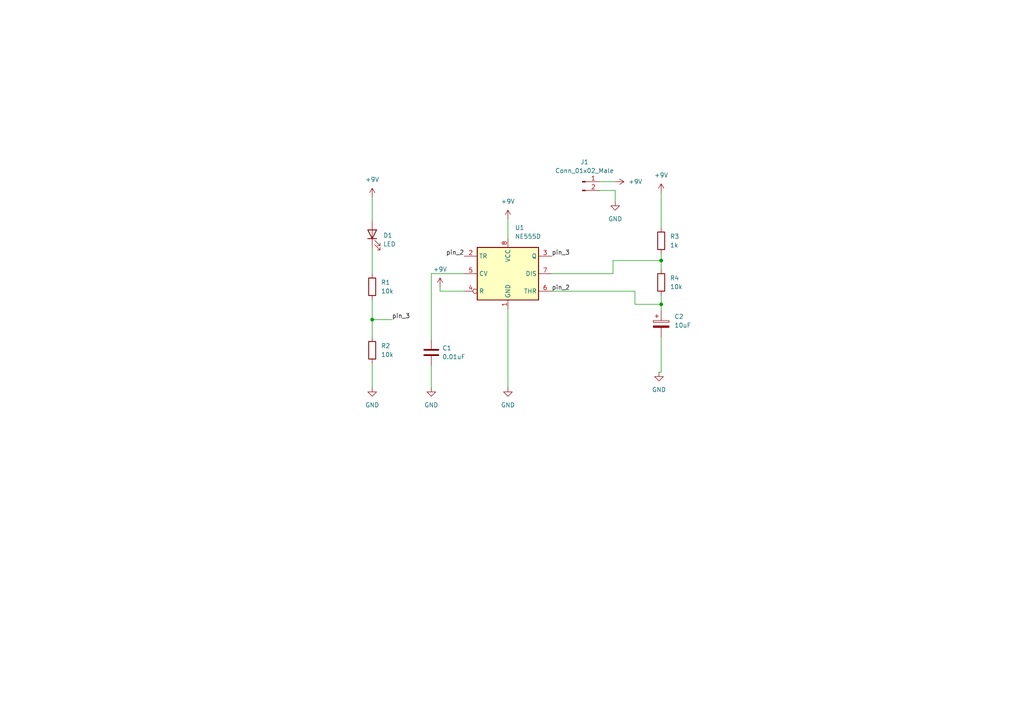
<source format=kicad_sch>
(kicad_sch (version 20211123) (generator eeschema)
  (paper "A4")
  (lib_symbols
    (symbol "Connector:Conn_01x02_Male" (pin_names (offset 1.016) hide)
      (property "Reference" "J" (at 0 2.54 0))
      (property "Value" "Conn_01x02_Male" (at 0 -5.08 0))
      (symbol "Conn_01x02_Male_1_1"
        (polyline (pts (xy 1.27 -2.54) (xy 0.8636 -2.54)) (stroke (width 0.1524)))
        (polyline (pts (xy 1.27 0) (xy 0.8636 0)) (stroke (width 0.1524)))
        (rectangle (start 0.8636 -2.413) (end 0 -2.667) (stroke (width 0.1524)) (fill (type outline)))
        (rectangle (start 0.8636 0.127) (end 0 -0.127) (stroke (width 0.1524)) (fill (type outline)))
        (pin passive line (at 5.08 0 180) (length 3.81) (name "Pin_1") (number "1"))
        (pin passive line (at 5.08 -2.54 180) (length 3.81) (name "Pin_2") (number "2"))
      )
    )
    (symbol "Device:C" (pin_numbers hide) (pin_names (offset 0.254))
      (property "Reference" "C" (at 0.635 2.54 0))
      (property "Value" "C" (at 0.635 -2.54 0))
      (symbol "C_0_1"
        (polyline (pts (xy -2.032 -0.762) (xy 2.032 -0.762)) (stroke (width 0.508)))
        (polyline (pts (xy -2.032 0.762) (xy 2.032 0.762)) (stroke (width 0.508)))
      )
      (symbol "C_1_1"
        (pin passive line (at 0 3.81 270) (length 2.794) (name "~") (number "1"))
        (pin passive line (at 0 -3.81 90) (length 2.794) (name "~") (number "2"))
      )
    )
    (symbol "Device:C_Polarized" (pin_numbers hide) (pin_names (offset 0.254))
      (property "Reference" "C" (at 0.635 2.54 0))
      (property "Value" "C_Polarized" (at 0.635 -2.54 0))
      (symbol "C_Polarized_0_1"
        (rectangle (start -2.286 0.508) (end 2.286 1.016))
        (polyline (pts (xy -1.778 2.286) (xy -0.762 2.286)))
        (polyline (pts (xy -1.27 2.794) (xy -1.27 1.778)))
        (rectangle (start 2.286 -0.508) (end -2.286 -1.016) (fill (type outline)))
      )
      (symbol "C_Polarized_1_1"
        (pin passive line (at 0 3.81 270) (length 2.794) (name "~") (number "1"))
        (pin passive line (at 0 -3.81 90) (length 2.794) (name "~") (number "2"))
      )
    )
    (symbol "Device:LED" (pin_numbers hide) (pin_names (offset 1.016) hide)
      (property "Reference" "D" (at 0 2.54 0))
      (property "Value" "LED" (at 0 -2.54 0))
      (symbol "LED_0_1"
        (polyline (pts (xy -1.27 -1.27) (xy -1.27 1.27)) (stroke (width 0.254)))
        (polyline (pts (xy -1.27 0) (xy 1.27 0)))
        (polyline (pts (xy 1.27 -1.27) (xy 1.27 1.27) (xy -1.27 0) (xy 1.27 -1.27)) (stroke (width 0.254)))
        (polyline (pts (xy -3.048 -0.762) (xy -4.572 -2.286) (xy -3.81 -2.286) (xy -4.572 -2.286) (xy -4.572 -1.524)))
        (polyline (pts (xy -1.778 -0.762) (xy -3.302 -2.286) (xy -2.54 -2.286) (xy -3.302 -2.286) (xy -3.302 -1.524)))
      )
      (symbol "LED_1_1"
        (pin passive line (at -3.81 0 0) (length 2.54) (name "K") (number "1"))
        (pin passive line (at 3.81 0 180) (length 2.54) (name "A") (number "2"))
      )
    )
    (symbol "Device:R" (pin_numbers hide) (pin_names (offset 0))
      (property "Reference" "R" (at 2.032 0 90))
      (property "Value" "R" (at 0 0 90))
      (symbol "R_0_1"
        (rectangle (start -1.016 -2.54) (end 1.016 2.54) (stroke (width 0.254)))
      )
      (symbol "R_1_1"
        (pin passive line (at 0 3.81 270) (length 1.27) (name "~") (number "1"))
        (pin passive line (at 0 -3.81 90) (length 1.27) (name "~") (number "2"))
      )
    )
    (symbol "Timer:NE555D"
      (property "Reference" "U" (at -10.16 8.89 0))
      (property "Value" "NE555D" (at 2.54 8.89 0))
      (symbol "NE555D_0_0"
        (pin power_in line (at 0 -10.16 90) (length 2.54) (name "GND") (number "1"))
        (pin power_in line (at 0 10.16 270) (length 2.54) (name "VCC") (number "8"))
      )
      (symbol "NE555D_0_1"
        (rectangle (start -8.89 -7.62) (end 8.89 7.62) (stroke (width 0.254)) (fill (type background)))
        (rectangle (start -8.89 -7.62) (end 8.89 7.62) (stroke (width 0.254)) (fill (type background)))
      )
      (symbol "NE555D_1_1"
        (pin input line (at -12.7 5.08 0) (length 3.81) (name "TR") (number "2"))
        (pin output line (at 12.7 5.08 180) (length 3.81) (name "Q") (number "3"))
        (pin input inverted (at -12.7 -5.08 0) (length 3.81) (name "R") (number "4"))
        (pin input line (at -12.7 0 0) (length 3.81) (name "CV") (number "5"))
        (pin input line (at 12.7 -5.08 180) (length 3.81) (name "THR") (number "6"))
        (pin input line (at 12.7 0 180) (length 3.81) (name "DIS") (number "7"))
      )
    )
    (symbol "power:+9V" (power) (pin_names (offset 0))
      (property "Value" "+9V" (at 0 3.556 0))
      (symbol "+9V_0_1"
        (polyline (pts (xy -0.762 1.27) (xy 0 2.54)))
        (polyline (pts (xy 0 0) (xy 0 2.54)))
        (polyline (pts (xy 0 2.54) (xy 0.762 1.27)))
      )
      (symbol "+9V_1_1"
        (pin power_in line (at 0 0 90) (length 0) hide (name "+9V") (number "1"))
      )
    )
    (symbol "power:GND" (power) (pin_names (offset 0))
      (property "Value" "GND" (at 0 -3.81 0))
      (symbol "GND_0_1"
        (polyline (pts (xy 0 0) (xy 0 -1.27) (xy 1.27 -1.27) (xy 0 -2.54) (xy -1.27 -1.27) (xy 0 -1.27)))
      )
      (symbol "GND_1_1"
        (pin power_in line (at 0 0 270) (length 0) hide (name "GND") (number "1"))
      )
    )
  )
  (junction (at 191.77 75.565))
  (junction (at 191.77 88.265))
  (junction (at 107.95 92.71))
  (wire (pts (xy 134.62 79.375) (xy 125.095 79.375)))
  (wire (pts (xy 107.95 71.755) (xy 107.95 79.375)))
  (wire (pts (xy 191.77 55.88) (xy 191.77 66.04)))
  (wire (pts (xy 160.02 79.375) (xy 177.8 79.375)))
  (wire (pts (xy 184.15 88.265) (xy 191.77 88.265)))
  (wire (pts (xy 191.77 107.95) (xy 191.135 107.95)))
  (wire (pts (xy 191.77 75.565) (xy 191.77 78.105)))
  (wire (pts (xy 127.635 83.185) (xy 127.635 84.455)))
  (wire (pts (xy 191.77 88.265) (xy 191.77 90.17)))
  (wire (pts (xy 191.77 97.79) (xy 191.77 107.95)))
  (wire (pts (xy 177.8 75.565) (xy 191.77 75.565)))
  (wire (pts (xy 173.99 52.705) (xy 178.435 52.705)))
  (wire (pts (xy 147.32 89.535) (xy 147.32 112.395)))
  (wire (pts (xy 177.8 79.375) (xy 177.8 75.565)))
  (wire (pts (xy 107.95 105.41) (xy 107.95 112.395)))
  (wire (pts (xy 191.77 85.725) (xy 191.77 88.265)))
  (wire (pts (xy 107.95 92.71) (xy 113.665 92.71)))
  (wire (pts (xy 125.095 106.045) (xy 125.095 112.395)))
  (wire (pts (xy 173.99 55.245) (xy 178.435 55.245)))
  (wire (pts (xy 107.95 86.995) (xy 107.95 92.71)))
  (wire (pts (xy 178.435 55.245) (xy 178.435 58.42)))
  (wire (pts (xy 184.15 84.455) (xy 184.15 88.265)))
  (wire (pts (xy 191.77 73.66) (xy 191.77 75.565)))
  (wire (pts (xy 147.32 63.5) (xy 147.32 69.215)))
  (wire (pts (xy 160.02 84.455) (xy 184.15 84.455)))
  (wire (pts (xy 125.095 79.375) (xy 125.095 98.425)))
  (wire (pts (xy 107.95 57.15) (xy 107.95 64.135)))
  (wire (pts (xy 107.95 92.71) (xy 107.95 97.79)))
  (wire (pts (xy 127.635 84.455) (xy 134.62 84.455)))
  (label "pin_3" (at 160.02 74.295 0))
  (label "pin_2" (at 160.02 84.455 0))
  (label "pin_2" (at 134.62 74.295 180))
  (label "pin_3" (at 113.665 92.71 0))
  (symbol (lib_id "power:GND") (at 125.095 112.395 0) (unit 1)
    (property "Reference" "#PWR03" (effects hide))
    (property "Value" "GND" (at 125.095 117.475 0))
  )
  (symbol (lib_id "power:+9V") (at 191.77 55.88 0) (unit 1)
    (property "Reference" "#PWR010" (effects hide))
    (property "Value" "+9V" (at 191.77 50.8 0))
  )
  (symbol (lib_id "power:GND") (at 107.95 112.395 0) (unit 1)
    (property "Reference" "#PWR02" (effects hide))
    (property "Value" "GND" (at 107.95 117.475 0))
  )
  (symbol (lib_id "power:+9V") (at 127.635 83.185 0) (unit 1)
    (property "Reference" "#PWR04" (effects hide))
    (property "Value" "+9V" (at 127.635 78.105 0))
  )
  (symbol (lib_id "Device:R") (at 107.95 83.185 0) (unit 1)
    (property "Reference" "R1" (at 110.49 81.9149 0) (effects (justify left)))
    (property "Value" "10k" (at 110.49 84.4549 0) (effects (justify left)))
    (property "Footprint" "Resistor_SMD:R_0805_2012Metric_Pad1.20x1.40mm_HandSolder" (effects hide))
  )
  (symbol (lib_id "Device:LED") (at 107.95 67.945 90) (unit 1)
    (property "Reference" "D1" (at 111.125 68.2624 90) (effects (justify right)))
    (property "Value" "LED" (at 111.125 70.8024 90) (effects (justify right)))
    (property "Footprint" "LED_SMD:LED_1206_3216Metric_Pad1.42x1.75mm_HandSolder" (effects hide))
  )
  (symbol (lib_id "power:GND") (at 191.135 107.95 0) (unit 1)
    (property "Reference" "#PWR09" (effects hide))
    (property "Value" "GND" (at 191.135 113.03 0))
  )
  (symbol (lib_id "power:+9V") (at 147.32 63.5 0) (unit 1)
    (property "Reference" "#PWR05" (effects hide))
    (property "Value" "+9V" (at 147.32 58.42 0))
  )
  (symbol (lib_id "power:GND") (at 178.435 58.42 0) (unit 1)
    (property "Reference" "#PWR08" (effects hide))
    (property "Value" "GND" (at 178.435 63.5 0))
  )
  (symbol (lib_id "Device:R") (at 191.77 81.915 0) (unit 1)
    (property "Reference" "R4" (at 194.31 80.6449 0) (effects (justify left)))
    (property "Value" "10k" (at 194.31 83.1849 0) (effects (justify left)))
    (property "Footprint" "Resistor_SMD:R_0805_2012Metric_Pad1.20x1.40mm_HandSolder" (effects hide))
  )
  (symbol (lib_id "Device:C") (at 125.095 102.235 0) (unit 1)
    (property "Reference" "C1" (at 128.27 100.9649 0) (effects (justify left)))
    (property "Value" "0.01uF" (at 128.27 103.5049 0) (effects (justify left)))
    (property "Footprint" "Capacitor_Tantalum_SMD:CP_EIA-3216-18_Kemet-A_Pad1.58x1.35mm_HandSolder" (effects hide))
  )
  (symbol (lib_id "power:GND") (at 147.32 112.395 0) (unit 1)
    (property "Reference" "#PWR06" (effects hide))
    (property "Value" "GND" (at 147.32 117.475 0))
  )
  (symbol (lib_id "Timer:NE555D") (at 147.32 79.375 0) (unit 1)
    (property "Reference" "U1" (at 149.3394 66.04 0) (effects (justify left)))
    (property "Value" "NE555D" (at 149.3394 68.58 0) (effects (justify left)))
    (property "Footprint" "Package_SO:SOIC-8_3.9x4.9mm_P1.27mm" (effects hide))
    (property "Datasheet" "http://www.ti.com/lit/ds/symlink/ne555.pdf" (effects hide))
  )
  (symbol (lib_id "Connector:Conn_01x02_Male") (at 168.91 52.705 0) (unit 1)
    (property "Reference" "J1" (at 169.545 46.99 0))
    (property "Value" "Conn_01x02_Male" (at 169.545 49.53 0))
    (property "Footprint" "TerminalBlock:TerminalBlock_bornier-2_P5.08mm" (effects hide))
  )
  (symbol (lib_id "Device:R") (at 107.95 101.6 180) (unit 1)
    (property "Reference" "R2" (at 110.49 100.3299 0) (effects (justify right)))
    (property "Value" "10k" (at 110.49 102.8699 0) (effects (justify right)))
    (property "Footprint" "Resistor_SMD:R_0805_2012Metric_Pad1.20x1.40mm_HandSolder" (effects hide))
  )
  (symbol (lib_id "power:+9V") (at 107.95 57.15 0) (unit 1)
    (property "Reference" "#PWR01" (effects hide))
    (property "Value" "+9V" (at 107.95 52.07 0))
  )
  (symbol (lib_id "Device:C_Polarized") (at 191.77 93.98 0) (unit 1)
    (property "Reference" "C2" (at 195.58 91.8209 0) (effects (justify left)))
    (property "Value" "10uF" (at 195.58 94.3609 0) (effects (justify left)))
    (property "Footprint" "Capacitor_Tantalum_SMD:CP_EIA-3216-18_Kemet-A_Pad1.58x1.35mm_HandSolder" (effects hide))
  )
  (symbol (lib_id "power:+9V") (at 178.435 52.705 270) (unit 1)
    (property "Reference" "#PWR07" (effects hide))
    (property "Value" "+9V" (at 182.245 52.7049 90) (effects (justify left)))
  )
  (symbol (lib_id "Device:R") (at 191.77 69.85 0) (unit 1)
    (property "Reference" "R3" (at 194.31 68.5799 0) (effects (justify left)))
    (property "Value" "1k" (at 194.31 71.1199 0) (effects (justify left)))
    (property "Footprint" "Resistor_SMD:R_0805_2012Metric_Pad1.20x1.40mm_HandSolder" (effects hide))
  )
)
</source>
